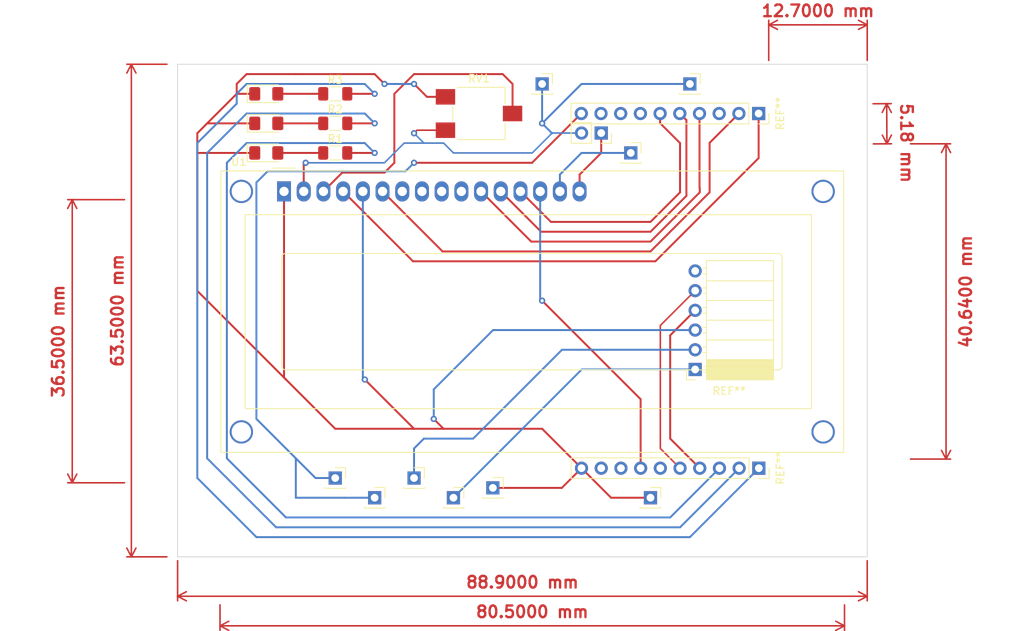
<source format=kicad_pcb>
(kicad_pcb (version 20211014) (generator pcbnew)
  (layers (0 "F.Cu" signal) (31 "B.Cu" signal) (34 "B.Paste" user) (35 "F.Paste" user) (36 "B.SilkS" user "B.Silkscreen") (37 "F.SilkS" user "F.Silkscreen") (38 "B.Mask" user) (39 "F.Mask" user) (44 "Edge.Cuts" user))
  (net 0 "")
  (net 1 "GND")
  (net 2 "Net-(D1-Pad2)")
  (net 3 "Net-(D2-Pad2)")
  (net 4 "Net-(D3-Pad2)")
  (net 5 "+BATT")
  (net 6 "Net-(RV1-Pad2)")
  (net 7 "Net-(U1-Pad4)")
  (net 8 "Net-(U1-Pad6)")
  (net 13 "Net-(U1-Pad11)")
  (net 14 "Net-(U1-Pad12)")
  (net 15 "Net-(U1-Pad13)")
  (net 16 "Net-(U1-Pad14)")
  (net 17 "Net-(R1-Pad1)")
  (net 18 "Net-(R2-Pad1)")
  (net 19 "Net-(R3-Pad1)")
  (footprint "Connector_PinSocket_2.54mm:PinSocket_1x10_P2.54mm_Vertical" (layer "F.Cu") (at 153.64 100.33 -90)
    (fp_text reference "REF**" (at 0 -2.77 90) (layer "F.SilkS"))
    (fp_text value "PinSocket_1x10_P2.54mm_Vertical" hide)
    (fp_line (start 0 -1.33) (end 1.33 -1.33) (layer "F.SilkS") (width 0.12))
    (fp_line (start 1.33 -1.33) (end 1.33 0) (layer "F.SilkS") (width 0.12))
    (fp_line (start 1.33 1.27) (end 1.33 24.19) (layer "F.SilkS") (width 0.12))
    (fp_line (start -1.33 1.27) (end 1.33 1.27) (layer "F.SilkS") (width 0.12))
    (fp_line (start -1.33 24.19) (end 1.33 24.19) (layer "F.SilkS") (width 0.12))
    (fp_line (start -1.33 1.27) (end -1.33 24.19) (layer "F.SilkS") (width 0.12))
    (pad "1" thru_hole rect (at 0 0 270) (size 1.7 1.7) (drill 1) (layers *.Cu *.Mask) (net 7 "Net-(U1-Pad4)"))
    (pad "2" thru_hole oval (at 0 2.54 270) (size 1.7 1.7) (drill 1) (layers *.Cu *.Mask) (net 8 "Net-(U1-Pad6)"))
    (pad "3" thru_hole oval (at 0 5.08 270) (size 1.7 1.7) (drill 1) (layers *.Cu *.Mask))
    (pad "4" thru_hole oval (at 0 7.62 270) (size 1.7 1.7) (drill 1) (layers *.Cu *.Mask) (net 13 "Net-(U1-Pad11)"))
    (pad "5" thru_hole oval (at 0 10.16 270) (size 1.7 1.7) (drill 1) (layers *.Cu *.Mask) (net 14 "Net-(U1-Pad12)"))
    (pad "6" thru_hole oval (at 0 12.7 270) (size 1.7 1.7) (drill 1) (layers *.Cu *.Mask) (net 15 "Net-(U1-Pad13)"))
    (pad "7" thru_hole oval (at 0 15.24 270) (size 1.7 1.7) (drill 1) (layers *.Cu *.Mask))
    (pad "8" thru_hole oval (at 0 17.78 270) (size 1.7 1.7) (drill 1) (layers *.Cu *.Mask))
    (pad "9" thru_hole oval (at 0 20.32 270) (size 1.7 1.7) (drill 1) (layers *.Cu *.Mask))
    (pad "10" thru_hole oval (at 0 22.86 270) (size 1.7 1.7) (drill 1) (layers *.Cu *.Mask) (net 5 "+BATT"))
  )
  (footprint "Connector_PinSocket_2.54mm:PinSocket_1x01_P2.54mm_Vertical" (layer "F.Cu") (at 114.3 149.86)
    (fp_text reference "REF**" hide)
    (fp_text value "PinSocket_1x01_P2.54mm_Vertical" hide)
    (fp_line (start -1.33 1.21) (end -1.33 1.33) (layer "F.SilkS") (width 0.12))
    (fp_line (start 1.33 -1.33) (end 1.33 0) (layer "F.SilkS") (width 0.12))
    (fp_line (start 1.33 1.21) (end 1.33 1.33) (layer "F.SilkS") (width 0.12))
    (fp_line (start 0 -1.33) (end 1.33 -1.33) (layer "F.SilkS") (width 0.12))
    (fp_line (start -1.33 1.33) (end 1.33 1.33) (layer "F.SilkS") (width 0.12))
    (pad "1" thru_hole rect (at 0 0) (size 1.7 1.7) (drill 1) (layers *.Cu *.Mask) (net 5 "+BATT"))
  )
  (footprint "Connector_PinSocket_2.54mm:PinSocket_1x10_P2.54mm_Vertical" (layer "F.Cu") (at 153.67 146.05 -90)
    (fp_text reference "REF**" (at 0 -2.77 90) (layer "F.SilkS"))
    (fp_text value "PinSocket_1x10_P2.54mm_Vertical" hide)
    (fp_line (start -1.33 1.27) (end -1.33 24.19) (layer "F.SilkS") (width 0.12))
    (fp_line (start 1.33 1.27) (end 1.33 24.19) (layer "F.SilkS") (width 0.12))
    (fp_line (start 1.33 -1.33) (end 1.33 0) (layer "F.SilkS") (width 0.12))
    (fp_line (start 0 -1.33) (end 1.33 -1.33) (layer "F.SilkS") (width 0.12))
    (fp_line (start -1.33 24.19) (end 1.33 24.19) (layer "F.SilkS") (width 0.12))
    (fp_line (start -1.33 1.27) (end 1.33 1.27) (layer "F.SilkS") (width 0.12))
    (pad "1" thru_hole rect (at 0 0 270) (size 1.7 1.7) (drill 1) (layers *.Cu *.Mask) (net 19 "Net-(R3-Pad1)"))
    (pad "2" thru_hole oval (at 0 2.54 270) (size 1.7 1.7) (drill 1) (layers *.Cu *.Mask) (net 18 "Net-(R2-Pad1)"))
    (pad "3" thru_hole oval (at 0 5.08 270) (size 1.7 1.7) (drill 1) (layers *.Cu *.Mask) (net 17 "Net-(R1-Pad1)"))
    (pad "4" thru_hole oval (at 0 7.62 270) (size 1.7 1.7) (drill 1) (layers *.Cu *.Mask))
    (pad "5" thru_hole oval (at 0 10.16 270) (size 1.7 1.7) (drill 1) (layers *.Cu *.Mask))
    (pad "6" thru_hole oval (at 0 12.7 270) (size 1.7 1.7) (drill 1) (layers *.Cu *.Mask))
    (pad "7" thru_hole oval (at 0 15.24 270) (size 1.7 1.7) (drill 1) (layers *.Cu *.Mask) (net 16 "Net-(U1-Pad14)"))
    (pad "8" thru_hole oval (at 0 17.78 270) (size 1.7 1.7) (drill 1) (layers *.Cu *.Mask))
    (pad "9" thru_hole oval (at 0 20.32 270) (size 1.7 1.7) (drill 1) (layers *.Cu *.Mask))
    (pad "10" thru_hole oval (at 0 22.86 270) (size 1.7 1.7) (drill 1) (layers *.Cu *.Mask) (net 1 "GND"))
  )
  (footprint "LED_SMD:LED_1206_3216Metric_Pad1.42x1.75mm_HandSolder" (layer "F.Cu") (at 90.17 97.79)
    (fp_text reference "D3" hide)
    (fp_text value "LED" hide)
    (fp_line (start 1.6 -1.135) (end -2.46 -1.135) (layer "F.SilkS") (width 0.12))
    (fp_line (start -2.46 -1.135) (end -2.46 1.135) (layer "F.SilkS") (width 0.12))
    (fp_line (start -2.46 1.135) (end 1.6 1.135) (layer "F.SilkS") (width 0.12))
    (pad "1" smd roundrect (at -1.4875 0) (size 1.425 1.75) (layers "F.Cu" "F.Paste" "F.Mask") (roundrect_rratio 0.175439) (net 1 "GND"))
    (pad "2" smd roundrect (at 1.4875 0) (size 1.425 1.75) (layers "F.Cu" "F.Paste" "F.Mask") (roundrect_rratio 0.175439) (net 4 "Net-(D3-Pad2)"))
  )
  (footprint "Connector_PinSocket_2.54mm:PinSocket_1x06_P2.54mm_Horizontal" (layer "F.Cu") (at 145.46 133.325 180)
    (fp_text reference "REF**" (at -4.38 -2.77) (layer "F.SilkS"))
    (fp_text value "PinSocket_1x06_P2.54mm_Horizontal" hide)
    (fp_line (start -1.46 0.36) (end -1.11 0.36) (layer "F.SilkS") (width 0.12))
    (fp_line (start -10.09 -0.26524) (end -1.46 -0.26524) (layer "F.SilkS") (width 0.12))
    (fp_line (start -1.46 2.18) (end -1.05 2.18) (layer "F.SilkS") (width 0.12))
    (fp_line (start -1.46 -1.33) (end -1.46 14.03) (layer "F.SilkS") (width 0.12))
    (fp_line (start -10.09 1.033805) (end -1.46 1.033805) (layer "F.SilkS") (width 0.12))
    (fp_line (start -10.09 1.27) (end -1.46 1.27) (layer "F.SilkS") (width 0.12))
    (fp_line (start -10.09 0.91571) (end -1.46 0.91571) (layer "F.SilkS") (width 0.12))
    (fp_line (start -1.46 -0.36) (end -1.11 -0.36) (layer "F.SilkS") (width 0.12))
    (fp_line (start -1.46 7.26) (end -1.05 7.26) (layer "F.SilkS") (width 0.12))
    (fp_line (start -10.09 0.67952) (end -1.46 0.67952) (layer "F.SilkS") (width 0.12))
    (fp_line (start -10.09 6.35) (end -1.46 6.35) (layer "F.SilkS") (width 0.12))
    (fp_line (start -10.09 -1.21) (end -1.46 -1.21) (layer "F.SilkS") (width 0.12))
    (fp_line (start -10.09 3.81) (end -1.46 3.81) (layer "F.SilkS") (width 0.12))
    (fp_line (start -10.09 -1.091905) (end -1.46 -1.091905) (layer "F.SilkS") (width 0.12))
    (fp_line (start -10.09 -1.33) (end -1.46 -1.33) (layer "F.SilkS") (width 0.12))
    (fp_line (start -10.09 -0.147145) (end -1.46 -0.147145) (layer "F.SilkS") (width 0.12))
    (fp_line (start -1.46 12.34) (end -1.05 12.34) (layer "F.SilkS") (width 0.12))
    (fp_line (start -1.46 13.06) (end -1.05 13.06) (layer "F.SilkS") (width 0.12))
    (fp_line (start -10.09 0.20714) (end -1.46 0.20714) (layer "F.SilkS") (width 0.12))
    (fp_line (start 0 -1.33) (end 1.11 -1.33) (layer "F.SilkS") (width 0.12))
    (fp_line (start -1.46 2.9) (end -1.05 2.9) (layer "F.SilkS") (width 0.12))
    (fp_line (start -10.09 0.325235) (end -1.46 0.325235) (layer "F.SilkS") (width 0.12))
    (fp_line (start -10.09 -0.02905) (end -1.46 -0.02905) (layer "F.SilkS") (width 0.12))
    (fp_line (start -10.09 11.43) (end -1.46 11.43) (layer "F.SilkS") (width 0.12))
    (fp_line (start -1.46 10.52) (end -1.05 10.52) (layer "F.SilkS") (width 0.12))
    (fp_line (start 1.11 -1.33) (end 1.11 0) (layer "F.SilkS") (width 0.12))
    (fp_line (start -10.09 -0.73762) (end -1.46 -0.73762) (layer "F.SilkS") (width 0.12))
    (fp_line (start -10.09 14.03) (end -1.46 14.03) (layer "F.SilkS") (width 0.12))
    (fp_line (start -1.46 5.44) (end -1.05 5.44) (layer "F.SilkS") (width 0.12))
    (fp_line (start -10.09 8.89) (end -1.46 8.89) (layer "F.SilkS") (width 0.12))
    (fp_line (start -10.09 0.561425) (end -1.46 0.561425) (layer "F.SilkS") (width 0.12))
    (fp_line (start -10.09 0.089045) (end -1.46 0.089045) (layer "F.SilkS") (width 0.12))
    (fp_line (start -10.09 -0.50143) (end -1.46 -0.50143) (layer "F.SilkS") (width 0.12))
    (fp_line (start -10.09 -0.383335) (end -1.46 -0.383335) (layer "F.SilkS") (width 0.12))
    (fp_line (start -1.46 4.72) (end -1.05 4.72) (layer "F.SilkS") (width 0.12))
    (fp_line (start -10.09 -1.33) (end -10.09 14.03) (layer "F.SilkS") (width 0.12))
    (fp_line (start -10.09 -0.97381) (end -1.46 -0.97381) (layer "F.SilkS") (width 0.12))
    (fp_line (start -10.09 -0.619525) (end -1.46 -0.619525) (layer "F.SilkS") (width 0.12))
    (fp_line (start -10.09 0.44333) (end -1.46 0.44333) (layer "F.SilkS") (width 0.12))
    (fp_line (start -10.09 0.797615) (end -1.46 0.797615) (layer "F.SilkS") (width 0.12))
    (fp_line (start -10.09 1.1519) (end -1.46 1.1519) (layer "F.SilkS") (width 0.12))
    (fp_line (start -1.46 7.98) (end -1.05 7.98) (layer "F.SilkS") (width 0.12))
    (fp_line (start -1.46 9.8) (end -1.05 9.8) (layer "F.SilkS") (width 0.12))
    (fp_line (start -10.09 -0.855715) (end -1.46 -0.855715) (layer "F.SilkS") (width 0.12))
    (pad "1" thru_hole rect (at 0 0 180) (size 1.7 1.7) (drill 1) (layers *.Cu *.Mask) (net 5 "+BATT"))
    (pad "2" thru_hole oval (at 0 2.54 180) (size 1.7 1.7) (drill 1) (layers *.Cu *.Mask) (net 5 "+BATT"))
    (pad "3" thru_hole oval (at 0 5.08 180) (size 1.7 1.7) (drill 1) (layers *.Cu *.Mask) (net 1 "GND"))
    (pad "4" thru_hole oval (at 0 7.62 180) (size 1.7 1.7) (drill 1) (layers *.Cu *.Mask))
    (pad "5" thru_hole oval (at 0 10.16 180) (size 1.7 1.7) (drill 1) (layers *.Cu *.Mask))
    (pad "6" thru_hole oval (at 0 12.7 180) (size 1.7 1.7) (drill 1) (layers *.Cu *.Mask))
  )
  (footprint "Resistor_SMD:R_1206_3216Metric_Pad1.30x1.75mm_HandSolder" (layer "F.Cu") (at 99.06 101.6)
    (fp_text reference "R2" (at 0 -1.82) (layer "F.SilkS"))
    (fp_text value "R_Small_US" hide)
    (fp_line (start -0.727064 0.91) (end 0.727064 0.91) (layer "F.SilkS") (width 0.12))
    (fp_line (start -0.727064 -0.91) (end 0.727064 -0.91) (layer "F.SilkS") (width 0.12))
    (pad "1" smd roundrect (at -1.55 0) (size 1.3 1.75) (layers "F.Cu" "F.Paste" "F.Mask") (roundrect_rratio 0.192308) (net 3 "Net-(D2-Pad2)"))
    (pad "2" smd roundrect (at 1.55 0) (size 1.3 1.75) (layers "F.Cu" "F.Paste" "F.Mask") (roundrect_rratio 0.192308) (net 18 "Net-(R2-Pad1)"))
  )
  (footprint "Display:WC1602A" (layer "F.Cu") (at 92.46 110.3725)
    (fp_text reference "U1" (at -5.82 -3.81) (layer "F.SilkS"))
    (fp_text value "RC1602A-GHW-ESX" hide)
    (fp_line (start 63.70066 23) (end 0.2 23) (layer "F.SilkS") (width 0.12))
    (fp_line (start 68 28) (end -5 28) (layer "F.SilkS") (width 0.12))
    (fp_line (start -5 28) (end -5 3) (layer "F.SilkS") (width 0.12))
    (fp_line (start 72.14 -2.64) (end -7.34 -2.64) (layer "F.SilkS") (width 0.12))
    (fp_line (start -1.5 -3) (end 1.5 -3) (layer "F.SilkS") (width 0.12))
    (fp_line (start -8.14 -2.64) (end -8.14 33.64) (layer "F.SilkS") (width 0.12))
    (fp_line (start 64.2 8.5) (end 64.2 22.5) (layer "F.SilkS") (width 0.12))
    (fp_line (start 0.2 8) (end 63.7 8) (layer "F.SilkS") (width 0.12))
    (fp_line (start -8.13 -2.64) (end -7.34 -2.64) (layer "F.SilkS") (width 0.12))
    (fp_line (start -5 3) (end 68 3) (layer "F.SilkS") (width 0.12))
    (fp_line (start 68 3) (end 68 28) (layer "F.SilkS") (width 0.12))
    (fp_line (start 72.14 33.64) (end 72.14 -2.64) (layer "F.SilkS") (width 0.12))
    (fp_line (start -8.14 33.64) (end 72.14 33.64) (layer "F.SilkS") (width 0.12))
    (fp_line (start -0.29972 22.49932) (end -0.29972 8.5) (layer "F.SilkS") (width 0.12))
    (fp_arc (start 63.7 8) (mid 64.053553 8.146447) (end 64.2 8.5) (layer "F.SilkS") (width 0.12))
    (fp_arc (start 64.20104 22.49932) (mid 64.054482 22.853142) (end 63.70066 22.9997) (layer "F.SilkS") (width 0.12))
    (fp_arc (start 0.20066 22.9997) (mid -0.153162 22.853142) (end -0.29972 22.49932) (layer "F.SilkS") (width 0.12))
    (fp_arc (start -0.29972 8.49884) (mid -0.153162 8.145018) (end 0.20066 7.99846) (layer "F.SilkS") (width 0.12))
    (pad "" thru_hole circle (at -5.4991 31.0007) (size 3 3) (drill 2.5) (layers *.Cu *.Mask))
    (pad "" thru_hole circle (at -5.4991 0) (size 3 3) (drill 2.5) (layers *.Cu *.Mask))
    (pad "" thru_hole circle (at 69.49948 31.0007) (size 3 3) (drill 2.5) (layers *.Cu *.Mask))
    (pad "" thru_hole circle (at 69.5 0) (size 3 3) (drill 2.5) (layers *.Cu *.Mask))
    (pad "1" thru_hole rect (at 0 0) (size 1.8 2.6) (drill 1.2) (layers *.Cu *.Mask) (net 1 "GND"))
    (pad "2" thru_hole oval (at 2.54 0) (size 1.8 2.6) (drill 1.2) (layers *.Cu *.Mask))
    (pad "3" thru_hole oval (at 5.08 0) (size 1.8 2.6) (drill 1.2) (layers *.Cu *.Mask) (net 6 "Net-(RV1-Pad2)"))
    (pad "4" thru_hole oval (at 7.62 0) (size 1.8 2.6) (drill 1.2) (layers *.Cu *.Mask) (net 7 "Net-(U1-Pad4)"))
    (pad "5" thru_hole oval (at 10.16 0) (size 1.8 2.6) (drill 1.2) (layers *.Cu *.Mask) (net 1 "GND"))
    (pad "6" thru_hole oval (at 12.7 0) (size 1.8 2.6) (drill 1.2) (layers *.Cu *.Mask) (net 8 "Net-(U1-Pad6)"))
    (pad "7" thru_hole oval (at 15.24 0) (size 1.8 2.6) (drill 1.2) (layers *.Cu *.Mask))
    (pad "8" thru_hole oval (at 17.78 0) (size 1.8 2.6) (drill 1.2) (layers *.Cu *.Mask))
    (pad "9" thru_hole oval (at 20.32 0) (size 1.8 2.6) (drill 1.2) (layers *.Cu *.Mask))
    (pad "10" thru_hole oval (at 22.86 0) (size 1.8 2.6) (drill 1.2) (layers *.Cu *.Mask))
    (pad "11" thru_hole oval (at 25.4 0) (size 1.8 2.6) (drill 1.2) (layers *.Cu *.Mask) (net 13 "Net-(U1-Pad11)"))
    (pad "12" thru_hole oval (at 27.94 0) (size 1.8 2.6) (drill 1.2) (layers *.Cu *.Mask) (net 14 "Net-(U1-Pad12)"))
    (pad "13" thru_hole oval (at 30.48 0) (size 1.8 2.6) (drill 1.2) (layers *.Cu *.Mask) (net 15 "Net-(U1-Pad13)"))
    (pad "14" thru_hole oval (at 33.02 0) (size 1.8 2.6) (drill 1.2) (layers *.Cu *.Mask) (net 16 "Net-(U1-Pad14)"))
    (pad "15" thru_hole oval (at 35.56 0) (size 1.8 2.6) (drill 1.2) (layers *.Cu *.Mask) (net 5 "+BATT"))
    (pad "16" thru_hole oval (at 38.1 0) (size 1.8 2.6) (drill 1.2) (layers *.Cu *.Mask) (net 1 "GND"))
  )
  (footprint "Connector_PinSocket_2.54mm:PinSocket_1x01_P2.54mm_Vertical" (layer "F.Cu") (at 125.73 96.52)
    (fp_text reference "REF**" hide)
    (fp_text value "PinSocket_1x01_P2.54mm_Vertical" hide)
    (fp_line (start -1.33 1.21) (end -1.33 1.33) (layer "F.SilkS") (width 0.12))
    (fp_line (start 0 -1.33) (end 1.33 -1.33) (layer "F.SilkS") (width 0.12))
    (fp_line (start 1.33 -1.33) (end 1.33 0) (layer "F.SilkS") (width 0.12))
    (fp_line (start -1.33 1.33) (end 1.33 1.33) (layer "F.SilkS") (width 0.12))
    (fp_line (start 1.33 1.21) (end 1.33 1.33) (layer "F.SilkS") (width 0.12))
    (pad "1" thru_hole rect (at 0 0) (size 1.7 1.7) (drill 1) (layers *.Cu *.Mask))
  )
  (footprint "Potentiometer_SMD:Potentiometer_ACP_CA6-VSMD_Vertical" (layer "F.Cu") (at 117.595 100.33)
    (fp_text reference "RV1" (at 0 -4.5) (layer "F.SilkS"))
    (fp_text value "R_Potentiometer" hide)
    (fp_line (start 3.37 -3.371) (end 3.37 -1.24) (layer "F.SilkS") (width 0.12))
    (fp_line (start -2.834 3.37) (end 3.37 3.37) (layer "F.SilkS") (width 0.12))
    (fp_line (start -2.834 -3.371) (end 3.37 -3.371) (layer "F.SilkS") (width 0.12))
    (fp_line (start 3.37 1.24) (end 3.37 3.37) (layer "F.SilkS") (width 0.12))
    (fp_line (start -3.37 -0.909) (end -3.37 0.91) (layer "F.SilkS") (width 0.12))
    (pad "1" smd rect (at -4.325 2.15) (size 2.5 2) (layers "F.Cu" "F.Paste" "F.Mask"))
    (pad "2" smd rect (at 4.325 0) (size 2.5 2) (layers "F.Cu" "F.Paste" "F.Mask") (net 6 "Net-(RV1-Pad2)"))
    (pad "3" smd rect (at -4.325 -2.15) (size 2.5 2) (layers "F.Cu" "F.Paste" "F.Mask") (net 1 "GND"))
  )
  (footprint "MountingHole:MountingHole_2mm" (layer "F.Cu") (at 82.55 97.79)
    (fp_text reference "REF**" hide)
    (fp_text value "MountingHole_2mm" hide)
    (pad "" np_thru_hole circle (at 0 0) (size 2 2) (drill 2) (layers *.Cu *.Mask))
  )
  (footprint "Connector_PinSocket_2.54mm:PinSocket_1x01_P2.54mm_Vertical" (layer "F.Cu") (at 144.78 96.52)
    (fp_text reference "REF**" hide)
    (fp_text value "PinSocket_1x01_P2.54mm_Vertical" hide)
    (fp_line (start -1.33 1.21) (end -1.33 1.33) (layer "F.SilkS") (width 0.12))
    (fp_line (start 0 -1.33) (end 1.33 -1.33) (layer "F.SilkS") (width 0.12))
    (fp_line (start -1.33 1.33) (end 1.33 1.33) (layer "F.SilkS") (width 0.12))
    (fp_line (start 1.33 1.21) (end 1.33 1.33) (layer "F.SilkS") (width 0.12))
    (fp_line (start 1.33 -1.33) (end 1.33 0) (layer "F.SilkS") (width 0.12))
    (pad "1" thru_hole rect (at 0 0) (size 1.7 1.7) (drill 1) (layers *.Cu *.Mask))
  )
  (footprint "Connector_PinSocket_2.54mm:PinSocket_1x02_P2.54mm_Vertical" (layer "F.Cu") (at 133.35 102.845 -90)
    (fp_text reference "REF**" hide)
    (fp_text value "PinSocket_1x02_P2.54mm_Vertical" hide)
    (fp_line (start -1.33 3.87) (end 1.33 3.87) (layer "F.SilkS") (width 0.12))
    (fp_line (start 1.33 -1.33) (end 1.33 0) (layer "F.SilkS") (width 0.12))
    (fp_line (start -1.33 1.27) (end 1.33 1.27) (layer "F.SilkS") (width 0.12))
    (fp_line (start 0 -1.33) (end 1.33 -1.33) (layer "F.SilkS") (width 0.12))
    (fp_line (start -1.33 1.27) (end -1.33 3.87) (layer "F.SilkS") (width 0.12))
    (fp_line (start 1.33 1.27) (end 1.33 3.87) (layer "F.SilkS") (width 0.12))
    (pad "1" thru_hole rect (at 0 0 270) (size 1.7 1.7) (drill 1) (layers *.Cu *.Mask) (net 1 "GND"))
    (pad "2" thru_hole oval (at 0 2.54 270) (size 1.7 1.7) (drill 1) (layers *.Cu *.Mask))
  )
  (footprint "MountingHole:MountingHole_2mm" (layer "F.Cu") (at 82.55 153.67)
    (fp_text reference "REF**" hide)
    (fp_text value "MountingHole_2mm" hide)
    (pad "" np_thru_hole circle (at 0 0) (size 2 2) (drill 2) (layers *.Cu *.Mask))
  )
  (footprint "Resistor_SMD:R_1206_3216Metric_Pad1.30x1.75mm_HandSolder" (layer "F.Cu") (at 99.06 105.41)
    (fp_text reference "R1" (at 0 -1.82) (layer "F.SilkS"))
    (fp_text value "R_Small_US" hide)
    (fp_line (start -0.727064 0.91) (end 0.727064 0.91) (layer "F.SilkS") (width 0.12))
    (fp_line (start -0.727064 -0.91) (end 0.727064 -0.91) (layer "F.SilkS") (width 0.12))
    (pad "1" smd roundrect (at -1.55 0) (size 1.3 1.75) (layers "F.Cu" "F.Paste" "F.Mask") (roundrect_rratio 0.192308) (net 2 "Net-(D1-Pad2)"))
    (pad "2" smd roundrect (at 1.55 0) (size 1.3 1.75) (layers "F.Cu" "F.Paste" "F.Mask") (roundrect_rratio 0.192308) (net 17 "Net-(R1-Pad1)"))
  )
  (footprint "Connector_PinSocket_2.54mm:PinSocket_1x01_P2.54mm_Vertical" (layer "F.Cu") (at 109.22 147.32)
    (fp_text reference "REF**" hide)
    (fp_text value "PinSocket_1x01_P2.54mm_Vertical" hide)
    (fp_line (start -1.33 1.33) (end 1.33 1.33) (layer "F.SilkS") (width 0.12))
    (fp_line (start 1.33 1.21) (end 1.33 1.33) (layer "F.SilkS") (width 0.12))
    (fp_line (start -1.33 1.21) (end -1.33 1.33) (layer "F.SilkS") (width 0.12))
    (fp_line (start 0 -1.33) (end 1.33 -1.33) (layer "F.SilkS") (width 0.12))
    (fp_line (start 1.33 -1.33) (end 1.33 0) (layer "F.SilkS") (width 0.12))
    (pad "1" thru_hole rect (at 0 0) (size 1.7 1.7) (drill 1) (layers *.Cu *.Mask) (net 5 "+BATT"))
  )
  (footprint "Connector_PinSocket_2.54mm:PinSocket_1x01_P2.54mm_Vertical" (layer "F.Cu") (at 104.14 149.86)
    (fp_text reference "REF**" hide)
    (fp_text value "PinSocket_1x01_P2.54mm_Vertical" hide)
    (fp_line (start 0 -1.33) (end 1.33 -1.33) (layer "F.SilkS") (width 0.12))
    (fp_line (start -1.33 1.21) (end -1.33 1.33) (layer "F.SilkS") (width 0.12))
    (fp_line (start 1.33 -1.33) (end 1.33 0) (layer "F.SilkS") (width 0.12))
    (fp_line (start -1.33 1.33) (end 1.33 1.33) (layer "F.SilkS") (width 0.12))
    (fp_line (start 1.33 1.21) (end 1.33 1.33) (layer "F.SilkS") (width 0.12))
    (pad "1" thru_hole rect (at 0 0) (size 1.7 1.7) (drill 1) (layers *.Cu *.Mask) (net 5 "+BATT"))
  )
  (footprint "MountingHole:MountingHole_2mm" (layer "F.Cu") (at 163.83 97.79)
    (fp_text reference "REF**" hide)
    (fp_text value "MountingHole_2mm" hide)
    (pad "" np_thru_hole circle (at 0 0) (size 2 2) (drill 2) (layers *.Cu *.Mask))
  )
  (footprint "LED_SMD:LED_1206_3216Metric_Pad1.42x1.75mm_HandSolder" (layer "F.Cu") (at 90.17 105.41)
    (fp_text reference "D1" hide)
    (fp_text value "LED" hide)
    (fp_line (start -2.46 1.135) (end 1.6 1.135) (layer "F.SilkS") (width 0.12))
    (fp_line (start -2.46 -1.135) (end -2.46 1.135) (layer "F.SilkS") (width 0.12))
    (fp_line (start 1.6 -1.135) (end -2.46 -1.135) (layer "F.SilkS") (width 0.12))
    (pad "1" smd roundrect (at -1.4875 0) (size 1.425 1.75) (layers "F.Cu" "F.Paste" "F.Mask") (roundrect_rratio 0.175439) (net 1 "GND"))
    (pad "2" smd roundrect (at 1.4875 0) (size 1.425 1.75) (layers "F.Cu" "F.Paste" "F.Mask") (roundrect_rratio 0.175439) (net 2 "Net-(D1-Pad2)"))
  )
  (footprint "MountingHole:MountingHole_2mm" (layer "F.Cu") (at 163.83 153.67)
    (fp_text reference "REF**" hide)
    (fp_text value "MountingHole_2mm" hide)
    (pad "" np_thru_hole circle (at 0 0) (size 2 2) (drill 2) (layers *.Cu *.Mask))
  )
  (footprint "Connector_PinSocket_2.54mm:PinSocket_1x01_P2.54mm_Vertical" (layer "F.Cu") (at 119.38 148.59)
    (fp_text reference "REF**" hide)
    (fp_text value "PinSocket_1x01_P2.54mm_Vertical" hide)
    (fp_line (start -1.33 1.21) (end -1.33 1.33) (layer "F.SilkS") (width 0.12))
    (fp_line (start -1.33 1.33) (end 1.33 1.33) (layer "F.SilkS") (width 0.12))
    (fp_line (start 1.33 -1.33) (end 1.33 0) (layer "F.SilkS") (width 0.12))
    (fp_line (start 1.33 1.21) (end 1.33 1.33) (layer "F.SilkS") (width 0.12))
    (fp_line (start 0 -1.33) (end 1.33 -1.33) (layer "F.SilkS") (width 0.12))
    (pad "1" thru_hole rect (at 0 0) (size 1.7 1.7) (drill 1) (layers *.Cu *.Mask) (net 1 "GND"))
  )
  (footprint "Connector_PinSocket_2.54mm:PinSocket_1x01_P2.54mm_Vertical" (layer "F.Cu") (at 99.06 147.32)
    (fp_text reference "REF**" hide)
    (fp_text value "PinSocket_1x01_P2.54mm_Vertical" hide)
    (fp_line (start 1.33 -1.33) (end 1.33 0) (layer "F.SilkS") (width 0.12))
    (fp_line (start 1.33 1.21) (end 1.33 1.33) (layer "F.SilkS") (width 0.12))
    (fp_line (start -1.33 1.21) (end -1.33 1.33) (layer "F.SilkS") (width 0.12))
    (fp_line (start -1.33 1.33) (end 1.33 1.33) (layer "F.SilkS") (width 0.12))
    (fp_line (start 0 -1.33) (end 1.33 -1.33) (layer "F.SilkS") (width 0.12))
    (pad "1" thru_hole rect (at 0 0) (size 1.7 1.7) (drill 1) (layers *.Cu *.Mask) (net 5 "+BATT"))
  )
  (footprint "Connector_PinSocket_2.54mm:PinSocket_1x01_P2.54mm_Vertical" (layer "F.Cu") (at 139.7 149.86)
    (fp_text reference "REF**" hide)
    (fp_text value "PinSocket_1x01_P2.54mm_Vertical" hide)
    (fp_line (start -1.33 1.21) (end -1.33 1.33) (layer "F.SilkS") (width 0.12))
    (fp_line (start 0 -1.33) (end 1.33 -1.33) (layer "F.SilkS") (width 0.12))
    (fp_line (start 1.33 -1.33) (end 1.33 0) (layer "F.SilkS") (width 0.12))
    (fp_line (start 1.33 1.21) (end 1.33 1.33) (layer "F.SilkS") (width 0.12))
    (fp_line (start -1.33 1.33) (end 1.33 1.33) (layer "F.SilkS") (width 0.12))
    (pad "1" thru_hole rect (at 0 0) (size 1.7 1.7) (drill 1) (layers *.Cu *.Mask) (net 1 "GND"))
  )
  (footprint "Connector_PinSocket_2.54mm:PinSocket_1x01_P2.54mm_Vertical" (layer "F.Cu") (at 137.16 105.41)
    (fp_text reference "REF**" hide)
    (fp_text value "PinSocket_1x01_P2.54mm_Vertical" hide)
    (fp_line (start 1.33 -1.33) (end 1.33 0) (layer "F.SilkS") (width 0.12))
    (fp_line (start -1.33 1.21) (end -1.33 1.33) (layer "F.SilkS") (width 0.12))
    (fp_line (start -1.33 1.33) (end 1.33 1.33) (layer "F.SilkS") (width 0.12))
    (fp_line (start 0 -1.33) (end 1.33 -1.33) (layer "F.SilkS") (width 0.12))
    (fp_line (start 1.33 1.21) (end 1.33 1.33) (layer "F.SilkS") (width 0.12))
    (pad "1" thru_hole rect (at 0 0) (size 1.7 1.7) (drill 1) (layers *.Cu *.Mask) (net 5 "+BATT"))
  )
  (footprint "Resistor_SMD:R_1206_3216Metric_Pad1.30x1.75mm_HandSolder" (layer "F.Cu") (at 99.06 97.79)
    (fp_text reference "R3" (at 0 -1.82) (layer "F.SilkS"))
    (fp_text value "R_Small_US" hide)
    (fp_line (start -0.727064 -0.91) (end 0.727064 -0.91) (layer "F.SilkS") (width 0.12))
    (fp_line (start -0.727064 0.91) (end 0.727064 0.91) (layer "F.SilkS") (width 0.12))
    (pad "1" smd roundrect (at -1.55 0) (size 1.3 1.75) (layers "F.Cu" "F.Paste" "F.Mask") (roundrect_rratio 0.192308) (net 4 "Net-(D3-Pad2)"))
    (pad "2" smd roundrect (at 1.55 0) (size 1.3 1.75) (layers "F.Cu" "F.Paste" "F.Mask") (roundrect_rratio 0.192308) (net 19 "Net-(R3-Pad1)"))
  )
  (footprint "LED_SMD:LED_1206_3216Metric_Pad1.42x1.75mm_HandSolder" (layer "F.Cu") (at 90.17 101.6)
    (fp_text reference "D2" hide)
    (fp_text value "LED" hide)
    (fp_line (start 1.6 -1.135) (end -2.46 -1.135) (layer "F.SilkS") (width 0.12))
    (fp_line (start -2.46 1.135) (end 1.6 1.135) (layer "F.SilkS") (width 0.12))
    (fp_line (start -2.46 -1.135) (end -2.46 1.135) (layer "F.SilkS") (width 0.12))
    (pad "1" smd roundrect (at -1.4875 0) (size 1.425 1.75) (layers "F.Cu" "F.Paste" "F.Mask") (roundrect_rratio 0.175439) (net 1 "GND"))
    (pad "2" smd roundrect (at 1.4875 0) (size 1.425 1.75) (layers "F.Cu" "F.Paste" "F.Mask") (roundrect_rratio 0.175439) (net 3 "Net-(D2-Pad2)"))
  )
  (gr_line (start 167.64 93.98) (end 78.74 93.98) (layer "Edge.Cuts") (width 0.1))
  (gr_line (start 78.74 93.98) (end 78.74 157.48) (layer "Edge.Cuts") (width 0.1))
  (gr_line (start 78.74 157.48) (end 167.64 157.48) (layer "Edge.Cuts") (width 0.1))
  (gr_line (start 167.64 157.48) (end 167.64 93.98) (layer "Edge.Cuts") (width 0.1))
  (dimension (type aligned) (layer "F.Cu") (pts (xy 167.64 93.979999) (xy 154.94 93.979999)) (height 5.079999) (gr_text "0.5000 in" (at 161.29 87.1) (layer "F.Cu") (effects (font (size 1.5 1.5) (thickness 0.3)))) (format (units 3) (units_format 1) (precision 4)) (style (thickness 0.2) (arrow_length 1.27) (text_position_mode 0) (extension_height 0.58642) (extension_offset 0.5) keep_text_aligned))
  (dimension (type aligned) (layer "F.Cu") (pts (xy 172.72 104.235173) (xy 172.72 144.875173)) (height -5.08) (gr_text "1.6000 in" (at 180.34 123.285173 90) (layer "F.Cu") (effects (font (size 1.5 1.5) (thickness 0.3)))) (format (units 3) (units_format 1) (precision 4)) (style (thickness 0.2) (arrow_length 1.27) (text_position_mode 2) (extension_height 0.58642) (extension_offset 0.5) keep_text_aligned))
  (dimension (type aligned) (layer "F.Cu") (pts (xy 72.39 147.9325) (xy 72.39 111.4325)) (height -7.23) (gr_text "1.4370 in" (at 63.36 129.6825 90) (layer "F.Cu") (effects (font (size 1.5 1.5) (thickness 0.3)))) (format (units 3) (units_format 1) (precision 4)) (style (thickness 0.2) (arrow_length 1.27) (text_position_mode 0) (extension_height 0.58642) (extension_offset 0.5) keep_text_aligned))
  (dimension (type aligned) (layer "F.Cu") (pts (xy 167.897229 99.073233) (xy 167.927229 104.248233)) (height -2.252809) (gr_text "0.20 in" (at 172.72 104.14 270.3321457) (layer "F.Cu") (effects (font (size 1.5 1.5) (thickness 0.3)))) (format (units 3) (units_format 1) (precision 2)) (style (thickness 0.2) (arrow_length 1.27) (text_position_mode 2) (extension_height 0.58642) (extension_offset 0.5) keep_text_aligned))
  (dimension (type aligned) (layer "F.Cu") (pts (xy 77.86 93.98) (xy 77.86 157.48)) (height 5.08) (gr_text "2.5000 in" (at 70.98 125.73 90) (layer "F.Cu") (effects (font (size 1.5 1.5) (thickness 0.3)))) (format (units 3) (units_format 1) (precision 4)) (style (thickness 0.2) (arrow_length 1.27) (text_position_mode 0) (extension_height 0.58642) (extension_offset 0.5) keep_text_aligned))
  (dimension (type aligned) (layer "F.Cu") (pts (xy 78.74 157.48) (xy 167.64 157.48)) (height 5.08) (gr_text "3.5000 in" (at 123.19 160.76) (layer "F.Cu") (effects (font (size 1.5 1.5) (thickness 0.3)))) (format (units 3) (units_format 1) (precision 4)) (style (thickness 0.2) (arrow_length 1.27) (text_position_mode 0) (extension_height 0.58642) (extension_offset 0.5) keep_text_aligned))
  (dimension (type aligned) (layer "F.Cu") (pts (xy 164.71 163.1725) (xy 84.21 163.1725)) (height -3.1975) (gr_text "3.1693 in" (at 124.46 164.57) (layer "F.Cu") (effects (font (size 1.5 1.5) (thickness 0.3)))) (format (units 3) (units_format 1) (precision 4)) (style (thickness 0.2) (arrow_length 1.27) (text_position_mode 0) (extension_height 0.58642) (extension_offset 0.5) keep_text_aligned))
  (segment (start 142.24 128.925) (end 142.24 142.24) (width 0.25) (layer "F.Cu") (net 0))
  (segment (start 140.97 143.51) (end 140.97 127.655) (width 0.2) (layer "F.Cu") (net 0))
  (segment (start 142.24 142.24) (end 146.05 146.05) (width 0.25) (layer "F.Cu") (net 0))
  (segment (start 145.46 125.705) (end 142.24 128.925) (width 0.25) (layer "F.Cu") (net 0))
  (segment (start 95 106.93) (end 95.25 106.68) (width 0.25) (layer "F.Cu") (net 0))
  (segment (start 140.97 143.51) (end 143.51 146.05) (width 0.2) (layer "F.Cu") (net 0))
  (segment (start 95 110.3725) (end 95 106.93) (width 0.25) (layer "F.Cu") (net 0))
  (segment (start 109.22 102.87) (end 109.61 102.48) (width 0.2) (layer "F.Cu") (net 0))
  (segment (start 112.279639 102.87) (end 112.96982 102.179819) (width 0.2) (layer "F.Cu") (net 0))
  (segment (start 109.61 102.48) (end 113.27 102.48) (width 0.2) (layer "F.Cu") (net 0))
  (segment (start 140.97 127.655) (end 145.46 123.165) (width 0.2) (layer "F.Cu") (net 0))
  (via (at 125.73 101.6) (size 0.8) (drill 0.4) (layers "F.Cu" "B.Cu") (net 0))
  (via (at 109.22 102.87) (size 0.8) (drill 0.4) (layers "F.Cu" "B.Cu") (net 0))
  (via (at 95.25 106.68) (size 0.8) (drill 0.4) (layers "F.Cu" "B.Cu") (net 0))
  (segment (start 113.03 104.14) (end 110.49 104.14) (width 0.2) (layer "B.Cu") (net 0))
  (segment (start 125.73 101.6) (end 125.73 96.52) (width 0.25) (layer "B.Cu") (net 0))
  (segment (start 113.03 104.14) (end 114.3 105.41) (width 0.2) (layer "B.Cu") (net 0))
  (segment (start 127 102.87) (end 125.73 101.6) (width 0.25) (layer "B.Cu") (net 0))
  (segment (start 114.3 105.41) (end 123.19 105.41) (width 0.2) (layer "B.Cu") (net 0))
  (segment (start 110.49 104.14) (end 109.22 102.87) (width 0.2) (layer "B.Cu") (net 0))
  (segment (start 107.95 104.14) (end 105.41 106.68) (width 0.2) (layer "B.Cu") (net 0))
  (segment (start 130.81 102.845) (end 127.025 102.845) (width 0.2) (layer "B.Cu") (net 0))
  (segment (start 124.46 105.41) (end 127 102.87) (width 0.2) (layer "B.Cu") (net 0))
  (segment (start 144.78 96.52) (end 130.81 96.52) (width 0.25) (layer "B.Cu") (net 0))
  (segment (start 105.41 106.68) (end 95.25 106.68) (width 0.2) (layer "B.Cu") (net 0))
  (segment (start 127.025 102.845) (end 127 102.87) (width 0.2) (layer "B.Cu") (net 0))
  (segment (start 130.81 96.52) (end 125.73 101.6) (width 0.25) (layer "B.Cu") (net 0))
  (segment (start 110.49 104.14) (end 107.95 104.14) (width 0.2) (layer "B.Cu") (net 0))
  (segment (start 123.19 105.41) (end 124.46 105.41) (width 0.2) (layer "B.Cu") (net 0))
  (segment (start 93.98 95.25) (end 104.14 95.25) (width 0.25) (layer "F.Cu") (net 1))
  (segment (start 99.06 140.97) (end 92.71 134.62) (width 0.25) (layer "F.Cu") (net 1))
  (segment (start 113.03 140.97) (end 109.22 140.97) (width 0.25) (layer "F.Cu") (net 1))
  (segment (start 81.28 102.87) (end 82.55 101.6) (width 0.25) (layer "F.Cu") (net 1))
  (segment (start 130.81 146.05) (end 134.62 149.86) (width 0.25) (layer "F.Cu") (net 1))
  (segment (start 82.55 101.6) (end 86.36 97.79) (width 0.25) (layer "F.Cu") (net 1))
  (segment (start 88.6825 97.79) (end 86.36 97.79) (width 0.25) (layer "F.Cu") (net 1))
  (segment (start 88.6825 105.41) (end 81.28 105.41) (width 0.25) (layer "F.Cu") (net 1))
  (segment (start 119.38 148.59) (end 128.27 148.59) (width 0.25) (layer "F.Cu") (net 1))
  (segment (start 81.28 107.95) (end 81.28 102.87) (width 0.25) (layer "F.Cu") (net 1))
  (segment (start 128.27 148.59) (end 130.81 146.05) (width 0.25) (layer "F.Cu") (net 1))
  (segment (start 110.88 98.18) (end 109.22 96.52) (width 0.25) (layer "F.Cu") (net 1))
  (segment (start 134.62 149.86) (end 139.7 149.86) (width 0.25) (layer "F.Cu") (net 1))
  (segment (start 87.63 95.25) (end 93.98 95.25) (width 0.25) (layer "F.Cu") (net 1))
  (segment (start 92.46 134.37) (end 92.46 110.3725) (width 0.25) (layer "F.Cu") (net 1))
  (segment (start 86.36 97.79) (end 86.36 96.52) (width 0.25) (layer "F.Cu") (net 1))
  (segment (start 130.81 146.05) (end 125.73 140.97) (width 0.25) (layer "F.Cu") (net 1))
  (segment (start 92.71 134.62) (end 92.46 134.37) (width 0.25) (layer "F.Cu") (net 1))
  (segment (start 130.56 108.2) (end 133.35 105.41) (width 0.25) (layer "F.Cu") (net 1))
  (segment (start 125.73 140.97) (end 113.03 140.97) (width 0.25) (layer "F.Cu") (net 1))
  (segment (start 81.28 107.95) (end 81.28 123.19) (width 0.25) (layer "F.Cu") (net 1))
  (segment (start 104.14 95.25) (end 105.41 96.52) (width 0.25) (layer "F.Cu") (net 1))
  (segment (start 109.22 140.97) (end 99.06 140.97) (width 0.25) (layer "F.Cu") (net 1))
  (segment (start 111.76 139.7) (end 113.03 140.97) (width 0.25) (layer "F.Cu") (net 1))
  (segment (start 130.56 110.3725) (end 130.56 108.2) (width 0.25) (layer "F.Cu") (net 1))
  (segment (start 86.36 96.52) (end 87.63 95.25) (width 0.25) (layer "F.Cu") (net 1))
  (segment (start 88.6825 101.6) (end 82.55 101.6) (width 0.25) (layer "F.Cu") (net 1))
  (segment (start 109.22 140.97) (end 102.87 134.62) (width 0.25) (layer "F.Cu") (net 1))
  (segment (start 113.27 98.18) (end 110.88 98.18) (width 0.25) (layer "F.Cu") (net 1))
  (segment (start 133.35 105.41) (end 133.35 102.845) (width 0.25) (layer "F.Cu") (net 1))
  (segment (start 81.28 123.19) (end 92.71 134.62) (width 0.25) (layer "F.Cu") (net 1))
  (via (at 102.87 134.62) (size 0.8) (drill 0.4) (layers "F.Cu" "B.Cu") (net 1))
  (via (at 109.22 96.52) (size 0.8) (drill 0.4) (layers "F.Cu" "B.Cu") (net 1))
  (via (at 105.41 96.52) (size 0.8) (drill 0.4) (layers "F.Cu" "B.Cu") (net 1))
  (via (at 111.76 139.7) (size 0.8) (drill 0.4) (layers "F.Cu" "B.Cu") (net 1))
  (segment (start 102.62 134.37) (end 102.87 134.62) (width 0.25) (layer "B.Cu") (net 1))
  (segment (start 102.62 110.3725) (end 102.62 134.37) (width 0.25) (layer "B.Cu") (net 1))
  (segment (start 109.22 96.52) (end 105.41 96.52) (width 0.25) (layer "B.Cu") (net 1))
  (segment (start 145.46 128.245) (end 119.405 128.245) (width 0.25) (layer "B.Cu") (net 1))
  (segment (start 119.405 128.245) (end 111.76 135.89) (width 0.25) (layer "B.Cu") (net 1))
  (segment (start 111.76 135.89) (end 111.76 139.7) (width 0.25) (layer "B.Cu") (net 1))
  (segment (start 97.51 105.41) (end 91.6575 105.41) (width 0.25) (layer "F.Cu") (net 2))
  (segment (start 97.51 101.6) (end 91.6575 101.6) (width 0.25) (layer "F.Cu") (net 3))
  (segment (start 97.51 97.79) (end 91.6575 97.79) (width 0.25) (layer "F.Cu") (net 4))
  (segment (start 124.46 106.68) (end 109.22 106.68) (width 0.25) (layer "F.Cu") (net 5))
  (segment (start 124.46 106.65) (end 124.46 106.68) (width 0.25) (layer "F.Cu") (net 5))
  (segment (start 130.78 100.33) (end 124.46 106.65) (width 0.25) (layer "F.Cu") (net 5))
  (via (at 109.22 106.68) (size 0.8) (drill 0.4) (layers "F.Cu" "B.Cu") (net 5))
  (segment (start 88.9 139.7) (end 88.9 109.22) (width 0.25) (layer "B.Cu") (net 5))
  (segment (start 128.02 110.3725) (end 128.02 108.2) (width 0.25) (layer "B.Cu") (net 5))
  (segment (start 130.81 105.41) (end 137.16 105.41) (width 0.25) (layer "B.Cu") (net 5))
  (segment (start 109.22 147.32) (end 109.22 143.51) (width 0.25) (layer "B.Cu") (net 5))
  (segment (start 90.35375 107.76625) (end 108.13375 107.76625) (width 0.25) (layer "B.Cu") (net 5))
  (segment (start 130.835 133.325) (end 145.46 133.325) (width 0.25) (layer "B.Cu") (net 5))
  (segment (start 108.13375 107.76625) (end 109.22 106.68) (width 0.25) (layer "B.Cu") (net 5))
  (segment (start 93.98 149.86) (end 100.33 149.86) (width 0.25) (layer "B.Cu") (net 5))
  (segment (start 114.3 149.86) (end 130.835 133.325) (width 0.25) (layer "B.Cu") (net 5))
  (segment (start 93.98 144.78) (end 88.9 139.7) (width 0.25) (layer "B.Cu") (net 5))
  (segment (start 100.33 149.86) (end 104.14 149.86) (width 0.25) (layer "B.Cu") (net 5))
  (segment (start 128.295 130.785) (end 145.46 130.785) (width 0.25) (layer "B.Cu") (net 5))
  (segment (start 116.84 142.24) (end 128.295 130.785) (width 0.25) (layer "B.Cu") (net 5))
  (segment (start 109.22 143.51) (end 110.49 142.24) (width 0.25) (layer "B.Cu") (net 5))
  (segment (start 93.98 144.78) (end 96.52 147.32) (width 0.25) (layer "B.Cu") (net 5))
  (segment (start 128.02 108.2) (end 130.81 105.41) (width 0.25) (layer "B.Cu") (net 5))
  (segment (start 96.52 147.32) (end 99.06 147.32) (width 0.25) (layer "B.Cu") (net 5))
  (segment (start 88.9 109.22) (end 90.35375 107.76625) (width 0.25) (layer "B.Cu") (net 5))
  (segment (start 110.49 142.24) (end 116.84 142.24) (width 0.25) (layer "B.Cu") (net 5))
  (segment (start 93.98 144.78) (end 93.98 149.86) (width 0.25) (layer "B.Cu") (net 5))
  (segment (start 97.54 110.3725) (end 99.9625 107.95) (width 0.25) (layer "F.Cu") (net 6))
  (segment (start 105.41 107.95) (end 106.68 106.68) (width 0.25) (layer "F.Cu") (net 6))
  (segment (start 109.22 95.25) (end 106.68 97.79) (width 0.25) (layer "F.Cu") (net 6))
  (segment (start 99.9625 107.95) (end 105.41 107.95) (width 0.25) (layer "F.Cu") (net 6))
  (segment (start 120.65 95.25) (end 121.92 96.52) (width 0.25) (layer "F.Cu") (net 6))
  (segment (start 106.68 106.68) (end 106.68 97.79) (width 0.25) (layer "F.Cu") (net 6))
  (segment (start 109.22 95.25) (end 120.65 95.25) (width 0.25) (layer "F.Cu") (net 6))
  (segment (start 121.92 96.52) (end 121.92 100.33) (width 0.25) (layer "F.Cu") (net 6))
  (segment (start 153.64 106.075718) (end 153.64 100.33) (width 0.25) (layer "F.Cu") (net 7))
  (segment (start 100.08 110.3725) (end 109.0875 119.38) (width 0.25) (layer "F.Cu") (net 7))
  (segment (start 109.0875 119.38) (end 140.335718 119.38) (width 0.25) (layer "F.Cu") (net 7))
  (segment (start 140.335718 119.38) (end 153.64 106.075718) (width 0.25) (layer "F.Cu") (net 7))
  (segment (start 112.8975 118.11) (end 105.16 110.3725) (width 0.25) (layer "F.Cu") (net 8))
  (segment (start 147.32 104.11) (end 147.32 110.49) (width 0.25) (layer "F.Cu") (net 8))
  (segment (start 147.32 110.49) (end 139.7 118.11) (width 0.25) (layer "F.Cu") (net 8))
  (segment (start 139.7 118.11) (end 112.8975 118.11) (width 0.25) (layer "F.Cu") (net 8))
  (segment (start 151.1 100.33) (end 147.32 104.11) (width 0.25) (layer "F.Cu") (net 8))
  (segment (start 146.02 109.885717) (end 146.05 109.915717) (width 0.25) (layer "F.Cu") (net 13))
  (segment (start 146.02 100.33) (end 146.02 109.885717) (width 0.25) (layer "F.Cu") (net 13))
  (segment (start 124.3275 116.84) (end 117.86 110.3725) (width 0.25) (layer "F.Cu") (net 13))
  (segment (start 146.05 110.49) (end 139.7 116.84) (width 0.25) (layer "F.Cu") (net 13))
  (segment (start 146.05 109.915717) (end 146.05 110.49) (width 0.25) (layer "F.Cu") (net 13))
  (segment (start 139.7 116.84) (end 124.3275 116.84) (width 0.25) (layer "F.Cu") (net 13))
  (segment (start 139.7 115.57) (end 125.5975 115.57) (width 0.25) (layer "F.Cu") (net 14))
  (segment (start 143.48 100.33) (end 144.33 101.18) (width 0.25) (layer "F.Cu") (net 14))
  (segment (start 144.33 101.18) (end 144.33 110.94) (width 0.25) (layer "F.Cu") (net 14))
  (segment (start 144.33 110.94) (end 139.7 115.57) (width 0.25) (layer "F.Cu") (net 14))
  (segment (start 125.5975 115.57) (end 120.4 110.3725) (width 0.25) (layer "F.Cu") (net 14))
  (segment (start 143.51 104.14) (end 143.51 110.49) (width 0.25) (layer "F.Cu") (net 15))
  (segment (start 140.94 101.57) (end 143.51 104.14) (width 0.25) (layer "F.Cu") (net 15))
  (segment (start 143.51 110.49) (end 139.7 114.3) (width 0.25) (layer "F.Cu") (net 15))
  (segment (start 139.7 114.3) (end 126.8675 114.3) (width 0.25) (layer "F.Cu") (net 15))
  (segment (start 140.94 100.33) (end 140.94 101.57) (width 0.25) (layer "F.Cu") (net 15))
  (segment (start 126.8675 114.3) (end 122.94 110.3725) (width 0.25) (layer "F.Cu") (net 15))
  (segment (start 138.43 137.16) (end 138.43 146.05) (width 0.25) (layer "F.Cu") (net 16))
  (segment (start 125.73 124.46) (end 138.43 137.16) (width 0.25) (layer "F.Cu") (net 16))
  (via (at 125.73 124.46) (size 0.8) (drill 0.4) (layers "F.Cu" "B.Cu") (net 16))
  (segment (start 125.48 124.21) (end 125.73 124.46) (width 0.25) (layer "B.Cu") (net 16))
  (segment (start 125.48 110.3725) (end 125.48 124.21) (width 0.25) (layer "B.Cu") (net 16))
  (segment (start 104.14 105.41) (end 100.61 105.41) (width 0.25) (layer "F.Cu") (net 17))
  (via (at 104.14 105.41) (size 0.8) (drill 0.4) (layers "F.Cu" "B.Cu") (net 17))
  (segment (start 87.63 104.14) (end 102.87 104.14) (width 0.25) (layer "B.Cu") (net 17))
  (segment (start 92.71 152.4) (end 85.09 144.78) (width 0.25) (layer "B.Cu") (net 17))
  (segment (start 85.09 106.68) (end 87.63 104.14) (width 0.25) (layer "B.Cu") (net 17))
  (segment (start 102.87 104.14) (end 104.14 105.41) (width 0.25) (layer "B.Cu") (net 17))
  (segment (start 85.09 144.78) (end 85.09 106.68) (width 0.25) (layer "B.Cu") (net 17))
  (segment (start 148.59 146.05) (end 142.24 152.4) (width 0.25) (layer "B.Cu") (net 17))
  (segment (start 142.24 152.4) (end 92.71 152.4) (width 0.25) (layer "B.Cu") (net 17))
  (segment (start 100.61 101.6) (end 104.14 101.6) (width 0.25) (layer "F.Cu") (net 18))
  (via (at 104.14 101.6) (size 0.8) (drill 0.4) (layers "F.Cu" "B.Cu") (net 18))
  (segment (start 82.55 144.78) (end 82.55 105.41) (width 0.25) (layer "B.Cu") (net 18))
  (segment (start 91.44 153.67) (end 82.55 144.78) (width 0.25) (layer "B.Cu") (net 18))
  (segment (start 102.87 100.33) (end 104.14 101.6) (width 0.25) (layer "B.Cu") (net 18))
  (segment (start 87.63 100.33) (end 102.87 100.33) (width 0.25) (layer "B.Cu") (net 18))
  (segment (start 82.55 105.41) (end 87.63 100.33) (width 0.25) (layer "B.Cu") (net 18))
  (segment (start 151.13 146.05) (end 143.51 153.67) (width 0.25) (layer "B.Cu") (net 18))
  (segment (start 143.51 153.67) (end 91.44 153.67) (width 0.25) (layer "B.Cu") (net 18))
  (segment (start 104.14 97.79) (end 100.61 97.79) (width 0.25) (layer "F.Cu") (net 19))
  (via (at 104.14 97.79) (size 0.8) (drill 0.4) (layers "F.Cu" "B.Cu") (net 19))
  (segment (start 81.28 104.14) (end 81.28 147.32) (width 0.25) (layer "B.Cu") (net 19))
  (segment (start 86.36 99.06) (end 81.28 104.14) (width 0.25) (layer "B.Cu") (net 19))
  (segment (start 102.87 96.52) (end 104.14 97.79) (width 0.25) (layer "B.Cu") (net 19))
  (segment (start 87.63 96.52) (end 102.87 96.52) (width 0.25) (layer "B.Cu") (net 19))
  (segment (start 86.36 99.06) (end 86.36 97.79) (width 0.25) (layer "B.Cu") (net 19))
  (segment (start 86.36 97.79) (end 87.63 96.52) (width 0.25) (layer "B.Cu") (net 19))
  (segment (start 88.9 154.94) (end 144.78 154.94) (width 0.25) (layer "B.Cu") (net 19))
  (segment (start 144.78 154.94) (end 153.67 146.05) (width 0.25) (layer "B.Cu") (net 19))
  (segment (start 81.28 147.32) (end 88.9 154.94) (width 0.25) (layer "B.Cu") (net 19))
)
</source>
